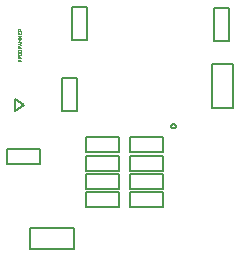
<source format=gto>
G75*
%MOIN*%
%OFA0B0*%
%FSLAX25Y25*%
%IPPOS*%
%LPD*%
%AMOC8*
5,1,8,0,0,1.08239X$1,22.5*
%
%ADD10C,0.00800*%
%ADD11C,0.00100*%
%ADD12C,0.00500*%
D10*
X0022346Y0006068D02*
X0022346Y0013068D01*
X0036946Y0013068D01*
X0036946Y0006068D01*
X0022346Y0006068D01*
X0041076Y0019863D02*
X0041076Y0024863D01*
X0052076Y0024863D01*
X0052076Y0019863D01*
X0041076Y0019863D01*
X0041076Y0025965D02*
X0041076Y0030965D01*
X0052076Y0030965D01*
X0052076Y0025965D01*
X0041076Y0025965D01*
X0041076Y0032068D02*
X0041076Y0037068D01*
X0052076Y0037068D01*
X0052076Y0032068D01*
X0041076Y0032068D01*
X0041076Y0038170D02*
X0041076Y0043170D01*
X0052076Y0043170D01*
X0052076Y0038170D01*
X0041076Y0038170D01*
X0037973Y0051902D02*
X0032973Y0051902D01*
X0032973Y0062902D01*
X0037973Y0062902D01*
X0037973Y0051902D01*
X0025698Y0039312D02*
X0025698Y0034312D01*
X0014698Y0034312D01*
X0014698Y0039312D01*
X0025698Y0039312D01*
X0055643Y0038170D02*
X0055643Y0043170D01*
X0066643Y0043170D01*
X0066643Y0038170D01*
X0055643Y0038170D01*
X0055643Y0037068D02*
X0055643Y0032068D01*
X0066643Y0032068D01*
X0066643Y0037068D01*
X0055643Y0037068D01*
X0055643Y0030965D02*
X0055643Y0025965D01*
X0066643Y0025965D01*
X0066643Y0030965D01*
X0055643Y0030965D01*
X0055643Y0024863D02*
X0055643Y0019863D01*
X0066643Y0019863D01*
X0066643Y0024863D01*
X0055643Y0024863D01*
X0082997Y0053016D02*
X0082997Y0067616D01*
X0089997Y0067616D01*
X0089997Y0053016D01*
X0082997Y0053016D01*
X0083761Y0075209D02*
X0083761Y0086209D01*
X0088761Y0086209D01*
X0088761Y0075209D01*
X0083761Y0075209D01*
X0041280Y0075643D02*
X0036280Y0075643D01*
X0036280Y0086643D01*
X0041280Y0086643D01*
X0041280Y0075643D01*
D11*
X0019472Y0075834D02*
X0018372Y0075834D01*
X0018983Y0075467D01*
X0018372Y0075101D01*
X0019472Y0075101D01*
X0019472Y0074646D02*
X0018372Y0074279D01*
X0019472Y0073913D01*
X0019197Y0074004D02*
X0019197Y0074554D01*
X0019472Y0073512D02*
X0018983Y0073268D01*
X0018983Y0073206D02*
X0018983Y0072901D01*
X0018984Y0073206D02*
X0018982Y0073240D01*
X0018976Y0073274D01*
X0018967Y0073307D01*
X0018954Y0073339D01*
X0018937Y0073369D01*
X0018917Y0073397D01*
X0018894Y0073422D01*
X0018869Y0073445D01*
X0018841Y0073465D01*
X0018811Y0073482D01*
X0018779Y0073495D01*
X0018746Y0073504D01*
X0018712Y0073510D01*
X0018678Y0073512D01*
X0018644Y0073510D01*
X0018610Y0073504D01*
X0018577Y0073495D01*
X0018545Y0073482D01*
X0018515Y0073465D01*
X0018487Y0073445D01*
X0018462Y0073422D01*
X0018439Y0073397D01*
X0018419Y0073369D01*
X0018402Y0073339D01*
X0018389Y0073307D01*
X0018380Y0073274D01*
X0018374Y0073240D01*
X0018372Y0073206D01*
X0018372Y0072901D01*
X0019472Y0072901D01*
X0019472Y0072353D02*
X0018861Y0072353D01*
X0018861Y0072170D01*
X0018616Y0071742D02*
X0018587Y0071744D01*
X0018558Y0071749D01*
X0018529Y0071758D01*
X0018503Y0071770D01*
X0018477Y0071785D01*
X0018454Y0071803D01*
X0018433Y0071824D01*
X0018415Y0071847D01*
X0018400Y0071873D01*
X0018388Y0071899D01*
X0018379Y0071928D01*
X0018374Y0071957D01*
X0018372Y0071986D01*
X0018372Y0072353D01*
X0018616Y0071742D02*
X0019228Y0071742D01*
X0019257Y0071744D01*
X0019286Y0071749D01*
X0019315Y0071758D01*
X0019341Y0071770D01*
X0019367Y0071785D01*
X0019390Y0071803D01*
X0019411Y0071824D01*
X0019429Y0071847D01*
X0019444Y0071873D01*
X0019456Y0071899D01*
X0019465Y0071928D01*
X0019470Y0071957D01*
X0019472Y0071986D01*
X0019472Y0072353D01*
X0019166Y0071237D02*
X0018678Y0071237D01*
X0018644Y0071235D01*
X0018610Y0071229D01*
X0018577Y0071220D01*
X0018545Y0071207D01*
X0018515Y0071190D01*
X0018487Y0071170D01*
X0018462Y0071147D01*
X0018439Y0071122D01*
X0018419Y0071094D01*
X0018402Y0071064D01*
X0018389Y0071032D01*
X0018380Y0070999D01*
X0018374Y0070965D01*
X0018372Y0070931D01*
X0018374Y0070897D01*
X0018380Y0070863D01*
X0018389Y0070830D01*
X0018402Y0070798D01*
X0018419Y0070768D01*
X0018439Y0070740D01*
X0018462Y0070715D01*
X0018487Y0070692D01*
X0018515Y0070672D01*
X0018545Y0070655D01*
X0018577Y0070642D01*
X0018610Y0070633D01*
X0018644Y0070627D01*
X0018678Y0070625D01*
X0018678Y0070626D02*
X0019166Y0070626D01*
X0019166Y0070625D02*
X0019200Y0070627D01*
X0019234Y0070633D01*
X0019267Y0070642D01*
X0019299Y0070655D01*
X0019329Y0070672D01*
X0019357Y0070692D01*
X0019382Y0070715D01*
X0019405Y0070740D01*
X0019425Y0070768D01*
X0019442Y0070798D01*
X0019455Y0070830D01*
X0019464Y0070863D01*
X0019470Y0070897D01*
X0019472Y0070931D01*
X0019470Y0070965D01*
X0019464Y0070999D01*
X0019455Y0071032D01*
X0019442Y0071064D01*
X0019425Y0071094D01*
X0019405Y0071122D01*
X0019382Y0071147D01*
X0019357Y0071170D01*
X0019329Y0071190D01*
X0019299Y0071207D01*
X0019267Y0071220D01*
X0019234Y0071229D01*
X0019200Y0071235D01*
X0019166Y0071237D01*
X0019472Y0070164D02*
X0018983Y0069920D01*
X0018983Y0069858D02*
X0018983Y0069553D01*
X0018984Y0069858D02*
X0018982Y0069892D01*
X0018976Y0069926D01*
X0018967Y0069959D01*
X0018954Y0069991D01*
X0018937Y0070021D01*
X0018917Y0070049D01*
X0018894Y0070074D01*
X0018869Y0070097D01*
X0018841Y0070117D01*
X0018811Y0070134D01*
X0018779Y0070147D01*
X0018746Y0070156D01*
X0018712Y0070162D01*
X0018678Y0070164D01*
X0018644Y0070162D01*
X0018610Y0070156D01*
X0018577Y0070147D01*
X0018545Y0070134D01*
X0018515Y0070117D01*
X0018487Y0070097D01*
X0018462Y0070074D01*
X0018439Y0070049D01*
X0018419Y0070021D01*
X0018402Y0069991D01*
X0018389Y0069959D01*
X0018380Y0069926D01*
X0018374Y0069892D01*
X0018372Y0069858D01*
X0018372Y0069553D01*
X0019472Y0069553D01*
X0018983Y0068788D02*
X0018983Y0068482D01*
X0018984Y0068788D02*
X0018982Y0068822D01*
X0018976Y0068856D01*
X0018967Y0068889D01*
X0018954Y0068921D01*
X0018937Y0068951D01*
X0018917Y0068979D01*
X0018894Y0069004D01*
X0018869Y0069027D01*
X0018841Y0069047D01*
X0018811Y0069064D01*
X0018779Y0069077D01*
X0018746Y0069086D01*
X0018712Y0069092D01*
X0018678Y0069094D01*
X0018644Y0069092D01*
X0018610Y0069086D01*
X0018577Y0069077D01*
X0018545Y0069064D01*
X0018515Y0069047D01*
X0018487Y0069027D01*
X0018462Y0069004D01*
X0018439Y0068979D01*
X0018419Y0068951D01*
X0018402Y0068921D01*
X0018389Y0068889D01*
X0018380Y0068856D01*
X0018374Y0068822D01*
X0018372Y0068788D01*
X0018372Y0068482D01*
X0019472Y0068482D01*
X0019472Y0076397D02*
X0018372Y0076397D01*
X0018983Y0076763D01*
X0018372Y0077130D01*
X0019472Y0077130D01*
X0019472Y0077684D02*
X0018372Y0077684D01*
X0018372Y0078173D01*
X0018372Y0078625D02*
X0018372Y0078930D01*
X0018372Y0078625D02*
X0019472Y0078625D01*
X0019472Y0078173D02*
X0019472Y0077684D01*
X0018861Y0077684D02*
X0018861Y0078051D01*
X0018983Y0078625D02*
X0018983Y0078930D01*
X0018983Y0078992D02*
X0019472Y0079236D01*
X0018984Y0078930D02*
X0018982Y0078964D01*
X0018976Y0078998D01*
X0018967Y0079031D01*
X0018954Y0079063D01*
X0018937Y0079093D01*
X0018917Y0079121D01*
X0018894Y0079146D01*
X0018869Y0079169D01*
X0018841Y0079189D01*
X0018811Y0079206D01*
X0018779Y0079219D01*
X0018746Y0079228D01*
X0018712Y0079234D01*
X0018678Y0079236D01*
X0018644Y0079234D01*
X0018610Y0079228D01*
X0018577Y0079219D01*
X0018545Y0079206D01*
X0018515Y0079189D01*
X0018487Y0079169D01*
X0018462Y0079146D01*
X0018439Y0079121D01*
X0018419Y0079093D01*
X0018402Y0079063D01*
X0018389Y0079031D01*
X0018380Y0078998D01*
X0018374Y0078964D01*
X0018372Y0078930D01*
D12*
X0017422Y0055859D02*
X0020422Y0053859D01*
X0017422Y0051859D01*
X0017422Y0055859D01*
X0069514Y0046993D02*
X0069516Y0047046D01*
X0069522Y0047098D01*
X0069532Y0047150D01*
X0069545Y0047201D01*
X0069563Y0047251D01*
X0069584Y0047300D01*
X0069609Y0047347D01*
X0069637Y0047391D01*
X0069668Y0047434D01*
X0069703Y0047474D01*
X0069740Y0047511D01*
X0069780Y0047546D01*
X0069823Y0047577D01*
X0069868Y0047605D01*
X0069914Y0047630D01*
X0069963Y0047651D01*
X0070013Y0047669D01*
X0070064Y0047682D01*
X0070116Y0047692D01*
X0070168Y0047698D01*
X0070221Y0047700D01*
X0070274Y0047698D01*
X0070326Y0047692D01*
X0070378Y0047682D01*
X0070429Y0047669D01*
X0070479Y0047651D01*
X0070528Y0047630D01*
X0070575Y0047605D01*
X0070619Y0047577D01*
X0070662Y0047546D01*
X0070702Y0047511D01*
X0070739Y0047474D01*
X0070774Y0047434D01*
X0070805Y0047391D01*
X0070833Y0047346D01*
X0070858Y0047300D01*
X0070879Y0047251D01*
X0070897Y0047201D01*
X0070910Y0047150D01*
X0070920Y0047098D01*
X0070926Y0047046D01*
X0070928Y0046993D01*
X0070926Y0046940D01*
X0070920Y0046888D01*
X0070910Y0046836D01*
X0070897Y0046785D01*
X0070879Y0046735D01*
X0070858Y0046686D01*
X0070833Y0046639D01*
X0070805Y0046595D01*
X0070774Y0046552D01*
X0070739Y0046512D01*
X0070702Y0046475D01*
X0070662Y0046440D01*
X0070619Y0046409D01*
X0070574Y0046381D01*
X0070528Y0046356D01*
X0070479Y0046335D01*
X0070429Y0046317D01*
X0070378Y0046304D01*
X0070326Y0046294D01*
X0070274Y0046288D01*
X0070221Y0046286D01*
X0070168Y0046288D01*
X0070116Y0046294D01*
X0070064Y0046304D01*
X0070013Y0046317D01*
X0069963Y0046335D01*
X0069914Y0046356D01*
X0069867Y0046381D01*
X0069823Y0046409D01*
X0069780Y0046440D01*
X0069740Y0046475D01*
X0069703Y0046512D01*
X0069668Y0046552D01*
X0069637Y0046595D01*
X0069609Y0046640D01*
X0069584Y0046686D01*
X0069563Y0046735D01*
X0069545Y0046785D01*
X0069532Y0046836D01*
X0069522Y0046888D01*
X0069516Y0046940D01*
X0069514Y0046993D01*
M02*

</source>
